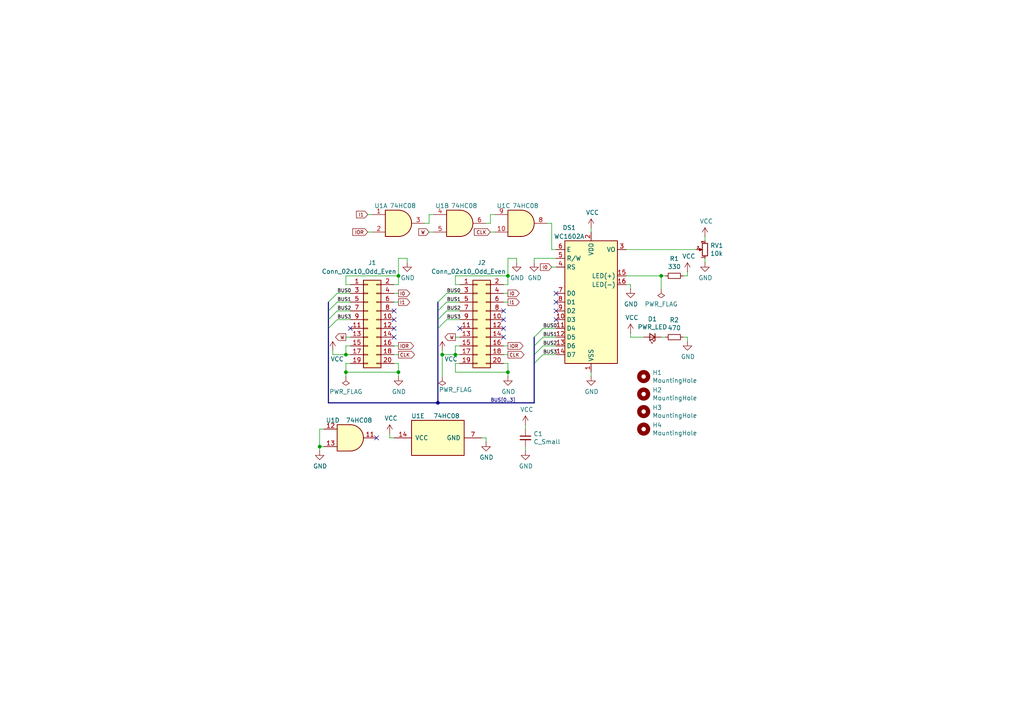
<source format=kicad_sch>
(kicad_sch (version 20231120) (generator "eeschema") (generator_version "8.0")
  (paper "A4")
  (title_block (title "1602-Module") (date "2024-04-01") (rev "2024-04-01"))
  (lib_symbols
    (symbol "74xx:74LS08" (pin_names (offset 1.016))
      (property "Reference" "U" (at 0 1.27 0))
      (property "Value" "74LS08" (at 0 -1.27 0))
      (symbol "74LS08_1_1"
        (arc (start 0 -3.81) (mid 3.7934 0) (end 0 3.81) (stroke (width 0.254)) (fill (type background)))
        (polyline (pts (xy 0 3.81) (xy -3.81 3.81) (xy -3.81 -3.81) (xy 0 -3.81)) (stroke (width 0.254)) (fill (type background)))
        (pin input line (at -7.62 2.54 0) (length 3.81) (name "~") (number "1"))
        (pin input line (at -7.62 -2.54 0) (length 3.81) (name "~") (number "2"))
        (pin output line (at 7.62 0 180) (length 3.81) (name "~") (number "3"))
      )
      (symbol "74LS08_1_2"
        (arc (start -3.81 -3.81) (mid -2.589 0) (end -3.81 3.81) (stroke (width 0.254)))
        (arc (start -0.6096 -3.81) (mid 2.1842 -2.5851) (end 3.81 0) (stroke (width 0.254)) (fill (type background)))
        (polyline (pts (xy -3.81 -3.81) (xy -0.635 -3.81)) (stroke (width 0.254)) (fill (type background)))
        (polyline (pts (xy -3.81 3.81) (xy -0.635 3.81)) (stroke (width 0.254)) (fill (type background)))
        (polyline (pts (xy -0.635 3.81) (xy -3.81 3.81) (xy -3.81 3.81) (xy -3.556 3.4036) (xy -3.0226 2.2606) (xy -2.6924 1.0414) (xy -2.6162 -0.254) (xy -2.7686 -1.4986) (xy -3.175 -2.7178) (xy -3.81 -3.81) (xy -3.81 -3.81) (xy -0.635 -3.81)) (stroke (width -25.4)) (fill (type background)))
        (arc (start 3.81 0) (mid 2.1915 2.5936) (end -0.6096 3.81) (stroke (width 0.254)) (fill (type background)))
        (pin input inverted (at -7.62 2.54 0) (length 4.318) (name "~") (number "1"))
        (pin input inverted (at -7.62 -2.54 0) (length 4.318) (name "~") (number "2"))
        (pin output inverted (at 7.62 0 180) (length 3.81) (name "~") (number "3"))
      )
      (symbol "74LS08_2_1"
        (arc (start 0 -3.81) (mid 3.7934 0) (end 0 3.81) (stroke (width 0.254)) (fill (type background)))
        (polyline (pts (xy 0 3.81) (xy -3.81 3.81) (xy -3.81 -3.81) (xy 0 -3.81)) (stroke (width 0.254)) (fill (type background)))
        (pin input line (at -7.62 2.54 0) (length 3.81) (name "~") (number "4"))
        (pin input line (at -7.62 -2.54 0) (length 3.81) (name "~") (number "5"))
        (pin output line (at 7.62 0 180) (length 3.81) (name "~") (number "6"))
      )
      (symbol "74LS08_2_2"
        (arc (start -3.81 -3.81) (mid -2.589 0) (end -3.81 3.81) (stroke (width 0.254)))
        (arc (start -0.6096 -3.81) (mid 2.1842 -2.5851) (end 3.81 0) (stroke (width 0.254)) (fill (type background)))
        (polyline (pts (xy -3.81 -3.81) (xy -0.635 -3.81)) (stroke (width 0.254)) (fill (type background)))
        (polyline (pts (xy -3.81 3.81) (xy -0.635 3.81)) (stroke (width 0.254)) (fill (type background)))
        (polyline (pts (xy -0.635 3.81) (xy -3.81 3.81) (xy -3.81 3.81) (xy -3.556 3.4036) (xy -3.0226 2.2606) (xy -2.6924 1.0414) (xy -2.6162 -0.254) (xy -2.7686 -1.4986) (xy -3.175 -2.7178) (xy -3.81 -3.81) (xy -3.81 -3.81) (xy -0.635 -3.81)) (stroke (width -25.4)) (fill (type background)))
        (arc (start 3.81 0) (mid 2.1915 2.5936) (end -0.6096 3.81) (stroke (width 0.254)) (fill (type background)))
        (pin input inverted (at -7.62 2.54 0) (length 4.318) (name "~") (number "4"))
        (pin input inverted (at -7.62 -2.54 0) (length 4.318) (name "~") (number "5"))
        (pin output inverted (at 7.62 0 180) (length 3.81) (name "~") (number "6"))
      )
      (symbol "74LS08_3_1"
        (arc (start 0 -3.81) (mid 3.7934 0) (end 0 3.81) (stroke (width 0.254)) (fill (type background)))
        (polyline (pts (xy 0 3.81) (xy -3.81 3.81) (xy -3.81 -3.81) (xy 0 -3.81)) (stroke (width 0.254)) (fill (type background)))
        (pin input line (at -7.62 -2.54 0) (length 3.81) (name "~") (number "10"))
        (pin output line (at 7.62 0 180) (length 3.81) (name "~") (number "8"))
        (pin input line (at -7.62 2.54 0) (length 3.81) (name "~") (number "9"))
      )
      (symbol "74LS08_3_2"
        (arc (start -3.81 -3.81) (mid -2.589 0) (end -3.81 3.81) (stroke (width 0.254)))
        (arc (start -0.6096 -3.81) (mid 2.1842 -2.5851) (end 3.81 0) (stroke (width 0.254)) (fill (type background)))
        (polyline (pts (xy -3.81 -3.81) (xy -0.635 -3.81)) (stroke (width 0.254)) (fill (type background)))
        (polyline (pts (xy -3.81 3.81) (xy -0.635 3.81)) (stroke (width 0.254)) (fill (type background)))
        (polyline (pts (xy -0.635 3.81) (xy -3.81 3.81) (xy -3.81 3.81) (xy -3.556 3.4036) (xy -3.0226 2.2606) (xy -2.6924 1.0414) (xy -2.6162 -0.254) (xy -2.7686 -1.4986) (xy -3.175 -2.7178) (xy -3.81 -3.81) (xy -3.81 -3.81) (xy -0.635 -3.81)) (stroke (width -25.4)) (fill (type background)))
        (arc (start 3.81 0) (mid 2.1915 2.5936) (end -0.6096 3.81) (stroke (width 0.254)) (fill (type background)))
        (pin input inverted (at -7.62 -2.54 0) (length 4.318) (name "~") (number "10"))
        (pin output inverted (at 7.62 0 180) (length 3.81) (name "~") (number "8"))
        (pin input inverted (at -7.62 2.54 0) (length 4.318) (name "~") (number "9"))
      )
      (symbol "74LS08_4_1"
        (arc (start 0 -3.81) (mid 3.7934 0) (end 0 3.81) (stroke (width 0.254)) (fill (type background)))
        (polyline (pts (xy 0 3.81) (xy -3.81 3.81) (xy -3.81 -3.81) (xy 0 -3.81)) (stroke (width 0.254)) (fill (type background)))
        (pin output line (at 7.62 0 180) (length 3.81) (name "~") (number "11"))
        (pin input line (at -7.62 2.54 0) (length 3.81) (name "~") (number "12"))
        (pin input line (at -7.62 -2.54 0) (length 3.81) (name "~") (number "13"))
      )
      (symbol "74LS08_4_2"
        (arc (start -3.81 -3.81) (mid -2.589 0) (end -3.81 3.81) (stroke (width 0.254)))
        (arc (start -0.6096 -3.81) (mid 2.1842 -2.5851) (end 3.81 0) (stroke (width 0.254)) (fill (type background)))
        (polyline (pts (xy -3.81 -3.81) (xy -0.635 -3.81)) (stroke (width 0.254)) (fill (type background)))
        (polyline (pts (xy -3.81 3.81) (xy -0.635 3.81)) (stroke (width 0.254)) (fill (type background)))
        (polyline (pts (xy -0.635 3.81) (xy -3.81 3.81) (xy -3.81 3.81) (xy -3.556 3.4036) (xy -3.0226 2.2606) (xy -2.6924 1.0414) (xy -2.6162 -0.254) (xy -2.7686 -1.4986) (xy -3.175 -2.7178) (xy -3.81 -3.81) (xy -3.81 -3.81) (xy -0.635 -3.81)) (stroke (width -25.4)) (fill (type background)))
        (arc (start 3.81 0) (mid 2.1915 2.5936) (end -0.6096 3.81) (stroke (width 0.254)) (fill (type background)))
        (pin output inverted (at 7.62 0 180) (length 3.81) (name "~") (number "11"))
        (pin input inverted (at -7.62 2.54 0) (length 4.318) (name "~") (number "12"))
        (pin input inverted (at -7.62 -2.54 0) (length 4.318) (name "~") (number "13"))
      )
      (symbol "74LS08_5_0"
        (pin power_in line (at 0 12.7 270) (length 5.08) (name "VCC") (number "14"))
        (pin power_in line (at 0 -12.7 90) (length 5.08) (name "GND") (number "7"))
      )
      (symbol "74LS08_5_1"
        (rectangle (start -5.08 7.62) (end 5.08 -7.62) (stroke (width 0.254)) (fill (type background)))
      )
    )
    (symbol "Connector_Generic:Conn_02x10_Odd_Even" (pin_names (offset 1.016) hide)
      (property "Reference" "J" (at 1.27 12.7 0))
      (property "Value" "Conn_02x10_Odd_Even" (at 1.27 -15.24 0))
      (symbol "Conn_02x10_Odd_Even_1_1"
        (rectangle (start -1.27 -12.573) (end 0 -12.827) (stroke (width 0.1524)))
        (rectangle (start -1.27 -10.033) (end 0 -10.287) (stroke (width 0.1524)))
        (rectangle (start -1.27 -7.493) (end 0 -7.747) (stroke (width 0.1524)))
        (rectangle (start -1.27 -4.953) (end 0 -5.207) (stroke (width 0.1524)))
        (rectangle (start -1.27 -2.413) (end 0 -2.667) (stroke (width 0.1524)))
        (rectangle (start -1.27 0.127) (end 0 -0.127) (stroke (width 0.1524)))
        (rectangle (start -1.27 2.667) (end 0 2.413) (stroke (width 0.1524)))
        (rectangle (start -1.27 5.207) (end 0 4.953) (stroke (width 0.1524)))
        (rectangle (start -1.27 7.747) (end 0 7.493) (stroke (width 0.1524)))
        (rectangle (start -1.27 10.287) (end 0 10.033) (stroke (width 0.1524)))
        (rectangle (start -1.27 11.43) (end 3.81 -13.97) (stroke (width 0.254)) (fill (type background)))
        (rectangle (start 3.81 -12.573) (end 2.54 -12.827) (stroke (width 0.1524)))
        (rectangle (start 3.81 -10.033) (end 2.54 -10.287) (stroke (width 0.1524)))
        (rectangle (start 3.81 -7.493) (end 2.54 -7.747) (stroke (width 0.1524)))
        (rectangle (start 3.81 -4.953) (end 2.54 -5.207) (stroke (width 0.1524)))
        (rectangle (start 3.81 -2.413) (end 2.54 -2.667) (stroke (width 0.1524)))
        (rectangle (start 3.81 0.127) (end 2.54 -0.127) (stroke (width 0.1524)))
        (rectangle (start 3.81 2.667) (end 2.54 2.413) (stroke (width 0.1524)))
        (rectangle (start 3.81 5.207) (end 2.54 4.953) (stroke (width 0.1524)))
        (rectangle (start 3.81 7.747) (end 2.54 7.493) (stroke (width 0.1524)))
        (rectangle (start 3.81 10.287) (end 2.54 10.033) (stroke (width 0.1524)))
        (pin passive line (at -5.08 10.16 0) (length 3.81) (name "Pin_1") (number "1"))
        (pin passive line (at 7.62 0 180) (length 3.81) (name "Pin_10") (number "10"))
        (pin passive line (at -5.08 -2.54 0) (length 3.81) (name "Pin_11") (number "11"))
        (pin passive line (at 7.62 -2.54 180) (length 3.81) (name "Pin_12") (number "12"))
        (pin passive line (at -5.08 -5.08 0) (length 3.81) (name "Pin_13") (number "13"))
        (pin passive line (at 7.62 -5.08 180) (length 3.81) (name "Pin_14") (number "14"))
        (pin passive line (at -5.08 -7.62 0) (length 3.81) (name "Pin_15") (number "15"))
        (pin passive line (at 7.62 -7.62 180) (length 3.81) (name "Pin_16") (number "16"))
        (pin passive line (at -5.08 -10.16 0) (length 3.81) (name "Pin_17") (number "17"))
        (pin passive line (at 7.62 -10.16 180) (length 3.81) (name "Pin_18") (number "18"))
        (pin passive line (at -5.08 -12.7 0) (length 3.81) (name "Pin_19") (number "19"))
        (pin passive line (at 7.62 10.16 180) (length 3.81) (name "Pin_2") (number "2"))
        (pin passive line (at 7.62 -12.7 180) (length 3.81) (name "Pin_20") (number "20"))
        (pin passive line (at -5.08 7.62 0) (length 3.81) (name "Pin_3") (number "3"))
        (pin passive line (at 7.62 7.62 180) (length 3.81) (name "Pin_4") (number "4"))
        (pin passive line (at -5.08 5.08 0) (length 3.81) (name "Pin_5") (number "5"))
        (pin passive line (at 7.62 5.08 180) (length 3.81) (name "Pin_6") (number "6"))
        (pin passive line (at -5.08 2.54 0) (length 3.81) (name "Pin_7") (number "7"))
        (pin passive line (at 7.62 2.54 180) (length 3.81) (name "Pin_8") (number "8"))
        (pin passive line (at -5.08 0 0) (length 3.81) (name "Pin_9") (number "9"))
      )
    )
    (symbol "Device:C_Small" (pin_numbers hide) (pin_names (offset 0.254) hide)
      (property "Reference" "C" (at 0.254 1.778 0))
      (property "Value" "C_Small" (at 0.254 -2.032 0))
      (symbol "C_Small_0_1"
        (polyline (pts (xy -1.524 -0.508) (xy 1.524 -0.508)) (stroke (width 0.3302)))
        (polyline (pts (xy -1.524 0.508) (xy 1.524 0.508)) (stroke (width 0.3048)))
      )
      (symbol "C_Small_1_1"
        (pin passive line (at 0 2.54 270) (length 2.032) (name "~") (number "1"))
        (pin passive line (at 0 -2.54 90) (length 2.032) (name "~") (number "2"))
      )
    )
    (symbol "Device:LED_Small" (pin_numbers hide) (pin_names (offset 0.254) hide)
      (property "Reference" "D" (at -1.27 3.175 0))
      (property "Value" "LED_Small" (at -4.445 -2.54 0))
      (symbol "LED_Small_0_1"
        (polyline (pts (xy -0.762 -1.016) (xy -0.762 1.016)) (stroke (width 0.254)))
        (polyline (pts (xy 1.016 0) (xy -0.762 0)))
        (polyline (pts (xy 0.762 -1.016) (xy -0.762 0) (xy 0.762 1.016) (xy 0.762 -1.016)) (stroke (width 0.254)))
        (polyline (pts (xy 0 0.762) (xy -0.508 1.27) (xy -0.254 1.27) (xy -0.508 1.27) (xy -0.508 1.016)))
        (polyline (pts (xy 0.508 1.27) (xy 0 1.778) (xy 0.254 1.778) (xy 0 1.778) (xy 0 1.524)))
      )
      (symbol "LED_Small_1_1"
        (pin passive line (at -2.54 0 0) (length 1.778) (name "K") (number "1"))
        (pin passive line (at 2.54 0 180) (length 1.778) (name "A") (number "2"))
      )
    )
    (symbol "Device:R_Potentiometer_Small" (pin_names (offset 1.016) hide)
      (property "Reference" "RV" (at -4.445 0 90))
      (property "Value" "R_Potentiometer_Small" (at -2.54 0 90))
      (symbol "R_Potentiometer_Small_0_1"
        (polyline (pts (xy 0.889 0) (xy 0.635 0) (xy 1.651 0.381) (xy 1.651 -0.381) (xy 0.635 0) (xy 0.889 0)) (fill (type outline)))
        (rectangle (start 0.762 1.8034) (end -0.762 -1.8034) (stroke (width 0.254)))
      )
      (symbol "R_Potentiometer_Small_1_1"
        (pin passive line (at 0 2.54 270) (length 0.635) (name "1") (number "1"))
        (pin passive line (at 2.54 0 180) (length 0.9906) (name "2") (number "2"))
        (pin passive line (at 0 -2.54 90) (length 0.635) (name "3") (number "3"))
      )
    )
    (symbol "Device:R_Small" (pin_numbers hide) (pin_names (offset 0.254) hide)
      (property "Reference" "R" (at 0.762 0.508 0))
      (property "Value" "R_Small" (at 0.762 -1.016 0))
      (symbol "R_Small_0_1"
        (rectangle (start -0.762 1.778) (end 0.762 -1.778) (stroke (width 0.2032)))
      )
      (symbol "R_Small_1_1"
        (pin passive line (at 0 2.54 270) (length 0.762) (name "~") (number "1"))
        (pin passive line (at 0 -2.54 90) (length 0.762) (name "~") (number "2"))
      )
    )
    (symbol "Display_Character:WC1602A"
      (property "Reference" "DS" (at -5.842 19.05 0))
      (property "Value" "WC1602A" (at 5.334 19.05 0))
      (symbol "WC1602A_1_1"
        (rectangle (start -7.62 17.78) (end 7.62 -17.78) (stroke (width 0.254)) (fill (type background)))
        (pin power_in line (at 0 -20.32 90) (length 2.54) (name "VSS") (number "1"))
        (pin input line (at -10.16 -5.08 0) (length 2.54) (name "D3") (number "10"))
        (pin input line (at -10.16 -7.62 0) (length 2.54) (name "D4") (number "11"))
        (pin input line (at -10.16 -10.16 0) (length 2.54) (name "D5") (number "12"))
        (pin input line (at -10.16 -12.7 0) (length 2.54) (name "D6") (number "13"))
        (pin input line (at -10.16 -15.24 0) (length 2.54) (name "D7") (number "14"))
        (pin power_in line (at 10.16 7.62 180) (length 2.54) (name "LED(+)") (number "15"))
        (pin power_in line (at 10.16 5.08 180) (length 2.54) (name "LED(-)") (number "16"))
        (pin power_in line (at 0 20.32 270) (length 2.54) (name "VDD") (number "2"))
        (pin input line (at 10.16 15.24 180) (length 2.54) (name "VO") (number "3"))
        (pin input line (at -10.16 10.16 0) (length 2.54) (name "RS") (number "4"))
        (pin input line (at -10.16 12.7 0) (length 2.54) (name "R/W") (number "5"))
        (pin input line (at -10.16 15.24 0) (length 2.54) (name "E") (number "6"))
        (pin input line (at -10.16 2.54 0) (length 2.54) (name "D0") (number "7"))
        (pin input line (at -10.16 0 0) (length 2.54) (name "D1") (number "8"))
        (pin input line (at -10.16 -2.54 0) (length 2.54) (name "D2") (number "9"))
      )
    )
    (symbol "Mechanical:MountingHole" (pin_names (offset 1.016)) (exclude_from_sim yes) (in_bom no)
      (property "Reference" "H" (at 0 5.08 0))
      (property "Value" "MountingHole" (at 0 3.175 0))
      (symbol "MountingHole_0_1"
        (circle (center 0 0) (radius 1.27) (stroke (width 1.27)))
      )
    )
    (symbol "power:GND" (power) (pin_numbers hide) (pin_names (offset 0) hide)
      (property "Value" "GND" (at 0 -3.81 0))
      (symbol "GND_0_1"
        (polyline (pts (xy 0 0) (xy 0 -1.27) (xy 1.27 -1.27) (xy 0 -2.54) (xy -1.27 -1.27) (xy 0 -1.27)))
      )
      (symbol "GND_1_1"
        (pin power_in line (at 0 0 270) (length 0) (name "~") (number "1"))
      )
    )
    (symbol "power:PWR_FLAG" (power) (pin_numbers hide) (pin_names (offset 0) hide)
      (property "Value" "PWR_FLAG" (at 0 3.81 0))
      (symbol "PWR_FLAG_0_0"
        (pin power_out line (at 0 0 90) (length 0) (name "~") (number "1"))
      )
      (symbol "PWR_FLAG_0_1"
        (polyline (pts (xy 0 0) (xy 0 1.27) (xy -1.016 1.905) (xy 0 2.54) (xy 1.016 1.905) (xy 0 1.27)))
      )
    )
    (symbol "power:VCC" (power) (pin_numbers hide) (pin_names (offset 0) hide)
      (property "Value" "VCC" (at 0 3.556 0))
      (symbol "VCC_0_1"
        (polyline (pts (xy -0.762 1.27) (xy 0 2.54)))
        (polyline (pts (xy 0 0) (xy 0 2.54)))
        (polyline (pts (xy 0 2.54) (xy 0.762 1.27)))
      )
      (symbol "VCC_1_1"
        (pin power_in line (at 0 0 90) (length 0) (name "~") (number "1"))
      )
    )
  )
  (junction (at 92.71 129.54))
  (junction (at 100.33 107.95))
  (junction (at 115.57 107.95))
  (junction (at 191.77 80.01))
  (junction (at 100.33 102.87))
  (junction (at 128.27 102.87))
  (junction (at 127 116.84))
  (junction (at 147.32 80.01))
  (junction (at 115.57 80.01))
  (junction (at 147.32 107.95))
  (junction (at 132.08 102.87))
  (no_connect (at 146.05 95.25))
  (no_connect (at 114.3 92.71))
  (no_connect (at 114.3 97.79))
  (no_connect (at 146.05 92.71))
  (no_connect (at 146.05 90.17))
  (no_connect (at 161.29 92.71))
  (no_connect (at 114.3 90.17))
  (no_connect (at 161.29 90.17))
  (no_connect (at 133.35 95.25))
  (no_connect (at 161.29 85.09))
  (no_connect (at 161.29 87.63))
  (no_connect (at 101.6 95.25))
  (no_connect (at 146.05 97.79))
  (no_connect (at 109.22 127))
  (no_connect (at 114.3 95.25))
  (bus_entry (at 157.48 102.87) (size -2.54 2.54))
  (bus_entry (at 129.54 87.63) (size -2.54 2.54))
  (bus_entry (at 97.79 87.63) (size -2.54 2.54))
  (bus_entry (at 129.54 92.71) (size -2.54 2.54))
  (bus_entry (at 129.54 85.09) (size -2.54 2.54))
  (bus_entry (at 157.48 97.79) (size -2.54 2.54))
  (bus_entry (at 97.79 85.09) (size -2.54 2.54))
  (bus_entry (at 129.54 90.17) (size -2.54 2.54))
  (bus_entry (at 157.48 95.25) (size -2.54 2.54))
  (bus_entry (at 157.48 100.33) (size -2.54 2.54))
  (bus_entry (at 97.79 92.71) (size -2.54 2.54))
  (bus_entry (at 97.79 90.17) (size -2.54 2.54))
  (wire (pts (xy 146.05 87.63) (xy 147.32 87.63)))
  (wire (pts (xy 161.29 97.79) (xy 157.48 97.79)))
  (wire (pts (xy 92.71 129.54) (xy 93.98 129.54)))
  (wire (pts (xy 198.12 97.79) (xy 199.39 97.79)))
  (bus (pts (xy 127 92.71) (xy 127 95.25)))
  (wire (pts (xy 160.02 72.39) (xy 161.29 72.39)))
  (wire (pts (xy 182.88 82.55) (xy 182.88 83.82)))
  (wire (pts (xy 182.88 96.52) (xy 182.88 97.79)))
  (wire (pts (xy 133.35 100.33) (xy 132.08 100.33)))
  (wire (pts (xy 161.29 100.33) (xy 157.48 100.33)))
  (wire (pts (xy 152.4 124.46) (xy 152.4 123.19)))
  (wire (pts (xy 93.98 124.46) (xy 92.71 124.46)))
  (wire (pts (xy 132.08 82.55) (xy 132.08 80.01)))
  (wire (pts (xy 133.35 85.09) (xy 129.54 85.09)))
  (wire (pts (xy 115.57 105.41) (xy 114.3 105.41)))
  (wire (pts (xy 132.08 102.87) (xy 133.35 102.87)))
  (bus (pts (xy 154.94 97.79) (xy 154.94 100.33)))
  (bus (pts (xy 95.25 92.71) (xy 95.25 95.25)))
  (bus (pts (xy 127 116.84) (xy 154.94 116.84)))
  (wire (pts (xy 124.46 64.77) (xy 124.46 62.23)))
  (wire (pts (xy 147.32 80.01) (xy 147.32 82.55)))
  (wire (pts (xy 181.61 72.39) (xy 201.93 72.39)))
  (wire (pts (xy 115.57 80.01) (xy 115.57 82.55)))
  (wire (pts (xy 114.3 127) (xy 113.03 127)))
  (bus (pts (xy 95.25 116.84) (xy 127 116.84)))
  (wire (pts (xy 160.02 64.77) (xy 160.02 72.39)))
  (wire (pts (xy 101.6 90.17) (xy 97.79 90.17)))
  (wire (pts (xy 132.08 100.33) (xy 132.08 102.87)))
  (wire (pts (xy 152.4 130.81) (xy 152.4 129.54)))
  (wire (pts (xy 132.08 105.41) (xy 132.08 107.95)))
  (wire (pts (xy 171.45 109.22) (xy 171.45 107.95)))
  (wire (pts (xy 140.97 127) (xy 140.97 128.27)))
  (wire (pts (xy 115.57 82.55) (xy 114.3 82.55)))
  (wire (pts (xy 147.32 82.55) (xy 146.05 82.55)))
  (wire (pts (xy 100.33 107.95) (xy 100.33 109.22)))
  (wire (pts (xy 147.32 80.01) (xy 147.32 74.93)))
  (bus (pts (xy 95.25 90.17) (xy 95.25 92.71)))
  (wire (pts (xy 132.08 80.01) (xy 147.32 80.01)))
  (wire (pts (xy 133.35 105.41) (xy 132.08 105.41)))
  (wire (pts (xy 133.35 97.79) (xy 132.08 97.79)))
  (wire (pts (xy 100.33 105.41) (xy 100.33 107.95)))
  (wire (pts (xy 100.33 80.01) (xy 115.57 80.01)))
  (wire (pts (xy 146.05 85.09) (xy 147.32 85.09)))
  (wire (pts (xy 92.71 124.46) (xy 92.71 129.54)))
  (wire (pts (xy 118.11 74.93) (xy 118.11 76.2)))
  (wire (pts (xy 147.32 74.93) (xy 149.86 74.93)))
  (wire (pts (xy 128.27 101.6) (xy 128.27 102.87)))
  (bus (pts (xy 95.25 87.63) (xy 95.25 90.17)))
  (wire (pts (xy 100.33 82.55) (xy 100.33 80.01)))
  (wire (pts (xy 154.94 74.93) (xy 154.94 76.2)))
  (wire (pts (xy 100.33 100.33) (xy 100.33 102.87)))
  (wire (pts (xy 191.77 80.01) (xy 191.77 83.82)))
  (wire (pts (xy 101.6 105.41) (xy 100.33 105.41)))
  (wire (pts (xy 191.77 97.79) (xy 193.04 97.79)))
  (wire (pts (xy 101.6 92.71) (xy 97.79 92.71)))
  (wire (pts (xy 146.05 100.33) (xy 147.32 100.33)))
  (wire (pts (xy 100.33 107.95) (xy 115.57 107.95)))
  (wire (pts (xy 147.32 107.95) (xy 147.32 109.22)))
  (wire (pts (xy 101.6 85.09) (xy 97.79 85.09)))
  (wire (pts (xy 161.29 102.87) (xy 157.48 102.87)))
  (wire (pts (xy 133.35 92.71) (xy 129.54 92.71)))
  (wire (pts (xy 147.32 107.95) (xy 147.32 105.41)))
  (wire (pts (xy 123.19 64.77) (xy 124.46 64.77)))
  (wire (pts (xy 106.68 67.31) (xy 107.95 67.31)))
  (wire (pts (xy 149.86 74.93) (xy 149.86 76.2)))
  (wire (pts (xy 146.05 102.87) (xy 147.32 102.87)))
  (wire (pts (xy 115.57 107.95) (xy 115.57 109.22)))
  (wire (pts (xy 96.52 102.87) (xy 100.33 102.87)))
  (wire (pts (xy 158.75 64.77) (xy 160.02 64.77)))
  (wire (pts (xy 193.04 80.01) (xy 191.77 80.01)))
  (bus (pts (xy 95.25 95.25) (xy 95.25 116.84)))
  (wire (pts (xy 133.35 87.63) (xy 129.54 87.63)))
  (wire (pts (xy 92.71 130.81) (xy 92.71 129.54)))
  (wire (pts (xy 114.3 85.09) (xy 115.57 85.09)))
  (wire (pts (xy 199.39 80.01) (xy 199.39 78.74)))
  (wire (pts (xy 204.47 76.2) (xy 204.47 74.93)))
  (wire (pts (xy 128.27 102.87) (xy 132.08 102.87)))
  (wire (pts (xy 171.45 67.31) (xy 171.45 66.04)))
  (wire (pts (xy 124.46 62.23) (xy 125.73 62.23)))
  (wire (pts (xy 101.6 82.55) (xy 100.33 82.55)))
  (wire (pts (xy 128.27 102.87) (xy 128.27 109.22)))
  (wire (pts (xy 100.33 102.87) (xy 101.6 102.87)))
  (wire (pts (xy 115.57 74.93) (xy 118.11 74.93)))
  (wire (pts (xy 143.51 67.31) (xy 142.24 67.31)))
  (wire (pts (xy 181.61 82.55) (xy 182.88 82.55)))
  (wire (pts (xy 101.6 100.33) (xy 100.33 100.33)))
  (wire (pts (xy 96.52 101.6) (xy 96.52 102.87)))
  (wire (pts (xy 106.68 62.23) (xy 107.95 62.23)))
  (wire (pts (xy 124.46 67.31) (xy 125.73 67.31)))
  (wire (pts (xy 115.57 80.01) (xy 115.57 74.93)))
  (bus (pts (xy 154.94 102.87) (xy 154.94 105.41)))
  (wire (pts (xy 198.12 80.01) (xy 199.39 80.01)))
  (wire (pts (xy 161.29 95.25) (xy 157.48 95.25)))
  (wire (pts (xy 114.3 102.87) (xy 115.57 102.87)))
  (wire (pts (xy 113.03 127) (xy 113.03 125.73)))
  (wire (pts (xy 142.24 64.77) (xy 142.24 62.23)))
  (wire (pts (xy 101.6 87.63) (xy 97.79 87.63)))
  (wire (pts (xy 114.3 100.33) (xy 115.57 100.33)))
  (wire (pts (xy 115.57 107.95) (xy 115.57 105.41)))
  (wire (pts (xy 154.94 74.93) (xy 161.29 74.93)))
  (wire (pts (xy 133.35 82.55) (xy 132.08 82.55)))
  (bus (pts (xy 154.94 100.33) (xy 154.94 102.87)))
  (wire (pts (xy 204.47 68.58) (xy 204.47 69.85)))
  (wire (pts (xy 147.32 105.41) (xy 146.05 105.41)))
  (bus (pts (xy 154.94 105.41) (xy 154.94 116.84)))
  (wire (pts (xy 142.24 62.23) (xy 143.51 62.23)))
  (wire (pts (xy 140.97 64.77) (xy 142.24 64.77)))
  (wire (pts (xy 114.3 87.63) (xy 115.57 87.63)))
  (wire (pts (xy 101.6 97.79) (xy 100.33 97.79)))
  (wire (pts (xy 182.88 97.79) (xy 186.69 97.79)))
  (wire (pts (xy 139.7 127) (xy 140.97 127)))
  (wire (pts (xy 181.61 80.01) (xy 191.77 80.01)))
  (wire (pts (xy 132.08 107.95) (xy 147.32 107.95)))
  (bus (pts (xy 127 90.17) (xy 127 92.71)))
  (wire (pts (xy 161.29 77.47) (xy 160.02 77.47)))
  (bus (pts (xy 127 95.25) (xy 127 116.84)))
  (bus (pts (xy 127 87.63) (xy 127 90.17)))
  (wire (pts (xy 199.39 97.79) (xy 199.39 99.06)))
  (wire (pts (xy 133.35 90.17) (xy 129.54 90.17)))
  (label "BUS3" (at 157.48 102.87 0) (effects (font (size 0.9906 0.9906))))
  (label "BUS0" (at 129.54 85.09 0) (effects (font (size 0.9906 0.9906))))
  (label "BUS3" (at 97.79 92.71 0) (effects (font (size 0.9906 0.9906))))
  (label "BUS0" (at 97.79 85.09 0) (effects (font (size 0.9906 0.9906))))
  (label "BUS2" (at 157.48 100.33 0) (effects (font (size 0.9906 0.9906))))
  (label "BUS0" (at 157.48 95.25 0) (effects (font (size 0.9906 0.9906))))
  (label "BUS1" (at 129.54 87.63 0) (effects (font (size 0.9906 0.9906))))
  (label "BUS1" (at 157.48 97.79 0) (effects (font (size 0.9906 0.9906))))
  (label "BUS3" (at 129.54 92.71 0) (effects (font (size 0.9906 0.9906))))
  (label "BUS2" (at 97.79 90.17 0) (effects (font (size 0.9906 0.9906))))
  (label "BUS1" (at 97.79 87.63 0) (effects (font (size 0.9906 0.9906))))
  (label "BUS2" (at 129.54 90.17 0) (effects (font (size 0.9906 0.9906))))
  (label "BUS[0..3]" (at 142.24 116.84 0) (effects (font (size 0.9906 0.9906))))
  (global_label "I0" (shape output) (at 115.57 85.09 0) (effects (font (size 0.9906 0.9906))) (property "Intersheetrefs" "${INTERSHEET_REFS}" (effects (hide yes))))
  (global_label "W" (shape output) (at 132.08 97.79 180) (effects (font (size 0.9906 0.9906))) (property "Intersheetrefs" "${INTERSHEET_REFS}" (effects (hide yes))))
  (global_label "CLK" (shape output) (at 115.57 102.87 0) (effects (font (size 0.9906 0.9906))) (property "Intersheetrefs" "${INTERSHEET_REFS}" (effects (hide yes))))
  (global_label "IOR" (shape input) (at 106.68 67.31 180) (effects (font (size 0.9906 0.9906))) (property "Intersheetrefs" "${INTERSHEET_REFS}" (effects (hide yes))))
  (global_label "CLK" (shape input) (at 142.24 67.31 180) (effects (font (size 0.9906 0.9906))) (property "Intersheetrefs" "${INTERSHEET_REFS}" (effects (hide yes))))
  (global_label "IOR" (shape output) (at 115.57 100.33 0) (effects (font (size 0.9906 0.9906))) (property "Intersheetrefs" "${INTERSHEET_REFS}" (effects (hide yes))))
  (global_label "CLK" (shape output) (at 147.32 102.87 0) (effects (font (size 0.9906 0.9906))) (property "Intersheetrefs" "${INTERSHEET_REFS}" (effects (hide yes))))
  (global_label "I1" (shape input) (at 106.68 62.23 180) (effects (font (size 0.9906 0.9906))) (property "Intersheetrefs" "${INTERSHEET_REFS}" (effects (hide yes))))
  (global_label "I1" (shape output) (at 147.32 87.63 0) (effects (font (size 0.9906 0.9906))) (property "Intersheetrefs" "${INTERSHEET_REFS}" (effects (hide yes))))
  (global_label "I1" (shape output) (at 115.57 87.63 0) (effects (font (size 0.9906 0.9906))) (property "Intersheetrefs" "${INTERSHEET_REFS}" (effects (hide yes))))
  (global_label "I0" (shape input) (at 160.02 77.47 180) (effects (font (size 0.9906 0.9906))) (property "Intersheetrefs" "${INTERSHEET_REFS}" (effects (hide yes))))
  (global_label "W" (shape output) (at 100.33 97.79 180) (effects (font (size 0.9906 0.9906))) (property "Intersheetrefs" "${INTERSHEET_REFS}" (effects (hide yes))))
  (global_label "I0" (shape output) (at 147.32 85.09 0) (effects (font (size 0.9906 0.9906))) (property "Intersheetrefs" "${INTERSHEET_REFS}" (effects (hide yes))))
  (global_label "W" (shape input) (at 124.46 67.31 180) (effects (font (size 0.9906 0.9906))) (property "Intersheetrefs" "${INTERSHEET_REFS}" (effects (hide yes))))
  (global_label "IOR" (shape output) (at 147.32 100.33 0) (effects (font (size 0.9906 0.9906))) (property "Intersheetrefs" "${INTERSHEET_REFS}" (effects (hide yes))))
  (symbol (lib_id "Display_Character:WC1602A") (at 171.45 87.63 0) (unit 1)
    (property "Reference" "DS1" (at 165.1 66.04 0))
    (property "Value" "WC1602A" (at 165.1 68.58 0))
    (property "Footprint" "Display:WC1602A" (effects (hide yes)))
    (property "Datasheet" "http://www.wincomlcd.com/pdf/WC1602A-SFYLYHTC06.pdf" (effects (hide yes)))
    (property "Description" "LCD 16x2 Alphanumeric , 8 bit parallel bus, 5V VDD" (effects (hide yes)))
  )
  (symbol (lib_id "Device:R_Potentiometer_Small") (at 204.47 72.39 180) (unit 1)
    (property "Reference" "RV1" (at 205.994 71.2216 0) (effects (justify right)))
    (property "Value" "10k" (at 205.994 73.533 0) (effects (justify right)))
    (property "Footprint" "Potentiometer_THT:Potentiometer_Piher_PT-10-H01_Horizontal" (effects (hide yes)))
    (property "Description" "Potentiometer" (effects (hide yes)))
  )
  (symbol (lib_id "Connector_Generic:Conn_02x10_Odd_Even") (at 138.43 92.71 0) (unit 1)
    (property "Reference" "J2" (at 139.7 76.2 0))
    (property "Value" "Conn_02x10_Odd_Even" (at 135.89 78.74 0))
    (property "Footprint" "Connector_PinSocket_2.54mm:PinSocket_2x10_P2.54mm_Horizontal" (effects (hide yes)))
    (property "Description" "Generic connector, double row, 02x10, odd/even pin numbering scheme (row 1 odd numbers, row 2 even numbers), script generated (kicad-library-utils/schlib/autogen/connector/)" (effects (hide yes)))
  )
  (symbol (lib_id "power:GND") (at 149.86 76.2 0) (unit 1)
    (property "Reference" "#PWR09" (effects (hide yes)))
    (property "Value" "GND" (at 149.987 80.5942 0))
    (property "Description" "Power symbol creates a global label with name \"GND\" , ground" (effects (hide yes)))
  )
  (symbol (lib_id "power:GND") (at 147.32 109.22 0) (unit 1)
    (property "Reference" "#PWR08" (effects (hide yes)))
    (property "Value" "GND" (at 147.447 113.6142 0))
    (property "Description" "Power symbol creates a global label with name \"GND\" , ground" (effects (hide yes)))
  )
  (symbol (lib_id "power:GND") (at 171.45 109.22 0) (unit 1)
    (property "Reference" "#PWR014" (effects (hide yes)))
    (property "Value" "GND" (at 171.577 113.6142 0))
    (property "Description" "Power symbol creates a global label with name \"GND\" , ground" (effects (hide yes)))
  )
  (symbol (lib_id "power:GND") (at 154.94 76.2 0) (unit 1)
    (property "Reference" "#PWR012" (effects (hide yes)))
    (property "Value" "GND" (at 155.067 80.5942 0))
    (property "Description" "Power symbol creates a global label with name \"GND\" , ground" (effects (hide yes)))
  )
  (symbol (lib_id "74xx:74LS08") (at 115.57 64.77 0) (unit 1)
    (property "Reference" "U1" (at 110.49 59.69 0))
    (property "Value" "74HC08" (at 116.84 59.69 0))
    (property "Footprint" "Package_DIP:DIP-14_W7.62mm" (effects (hide yes)))
    (property "Datasheet" "http://www.ti.com/lit/gpn/sn74LS08" (effects (hide yes)))
    (property "Description" "Quad And2" (effects (hide yes)))
  )
  (symbol (lib_id "74xx:74LS08") (at 133.35 64.77 0) (unit 2)
    (property "Reference" "U1" (at 128.27 59.69 0))
    (property "Value" "74HC08" (at 134.62 59.69 0))
    (property "Footprint" "Package_DIP:DIP-14_W7.62mm" (effects (hide yes)))
    (property "Datasheet" "http://www.ti.com/lit/gpn/sn74LS08" (effects (hide yes)))
    (property "Description" "Quad And2" (effects (hide yes)))
  )
  (symbol (lib_id "74xx:74LS08") (at 151.13 64.77 0) (unit 3)
    (property "Reference" "U1" (at 146.05 59.69 0))
    (property "Value" "74HC08" (at 152.4 59.69 0))
    (property "Footprint" "Package_DIP:DIP-14_W7.62mm" (effects (hide yes)))
    (property "Datasheet" "http://www.ti.com/lit/gpn/sn74LS08" (effects (hide yes)))
    (property "Description" "Quad And2" (effects (hide yes)))
  )
  (symbol (lib_id "74xx:74LS08") (at 101.6 127 0) (unit 4)
    (property "Reference" "U1" (at 96.52 121.92 0))
    (property "Value" "74HC08" (at 104.14 121.92 0))
    (property "Footprint" "Package_DIP:DIP-14_W7.62mm" (effects (hide yes)))
    (property "Datasheet" "http://www.ti.com/lit/gpn/sn74LS08" (effects (hide yes)))
    (property "Description" "Quad And2" (effects (hide yes)))
  )
  (symbol (lib_id "74xx:74LS08") (at 127 127 90) (unit 5)
    (property "Reference" "U1" (at 123.19 120.65 90) (effects (justify left)))
    (property "Value" "74HC08" (at 133.35 120.65 90) (effects (justify left)))
    (property "Footprint" "Package_DIP:DIP-14_W7.62mm" (effects (hide yes)))
    (property "Datasheet" "http://www.ti.com/lit/gpn/sn74LS08" (effects (hide yes)))
    (property "Description" "Quad And2" (effects (hide yes)))
  )
  (symbol (lib_id "power:VCC") (at 128.27 101.6 0) (unit 1)
    (property "Reference" "#PWR06" (effects (hide yes)))
    (property "Value" "VCC" (at 130.81 104.14 0))
    (property "Description" "Power symbol creates a global label with name \"VCC\"" (effects (hide yes)))
  )
  (symbol (lib_id "power:VCC") (at 171.45 66.04 0) (unit 1)
    (property "Reference" "#PWR013" (effects (hide yes)))
    (property "Value" "VCC" (at 171.831 61.6458 0))
    (property "Description" "Power symbol creates a global label with name \"VCC\"" (effects (hide yes)))
  )
  (symbol (lib_id "power:GND") (at 182.88 83.82 0) (unit 1)
    (property "Reference" "#PWR015" (effects (hide yes)))
    (property "Value" "GND" (at 183.007 88.2142 0))
    (property "Description" "Power symbol creates a global label with name \"GND\" , ground" (effects (hide yes)))
  )
  (symbol (lib_id "power:VCC") (at 199.39 78.74 0) (unit 1)
    (property "Reference" "#PWR016" (effects (hide yes)))
    (property "Value" "VCC" (at 199.771 74.3458 0))
    (property "Description" "Power symbol creates a global label with name \"VCC\"" (effects (hide yes)))
  )
  (symbol (lib_id "Device:R_Small") (at 195.58 80.01 270) (unit 1)
    (property "Reference" "R1" (at 195.58 75.0316 90))
    (property "Value" "330" (at 195.58 77.343 90))
    (property "Footprint" "Resistor_THT:R_Axial_DIN0207_L6.3mm_D2.5mm_P10.16mm_Horizontal" (effects (hide yes)))
    (property "Description" "Resistor, small symbol" (effects (hide yes)))
  )
  (symbol (lib_id "power:VCC") (at 204.47 68.58 0) (unit 1)
    (property "Reference" "#PWR017" (effects (hide yes)))
    (property "Value" "VCC" (at 204.851 64.1858 0))
    (property "Description" "Power symbol creates a global label with name \"VCC\"" (effects (hide yes)))
  )
  (symbol (lib_id "power:GND") (at 204.47 76.2 0) (unit 1)
    (property "Reference" "#PWR018" (effects (hide yes)))
    (property "Value" "GND" (at 204.597 80.5942 0))
    (property "Description" "Power symbol creates a global label with name \"GND\" , ground" (effects (hide yes)))
  )
  (symbol (lib_id "Connector_Generic:Conn_02x10_Odd_Even") (at 106.68 92.71 0) (unit 1)
    (property "Reference" "J1" (at 107.95 76.2 0))
    (property "Value" "Conn_02x10_Odd_Even" (at 104.14 78.74 0))
    (property "Footprint" "Connector_IDC:IDC-Header_2x10_P2.54mm_Horizontal" (effects (hide yes)))
    (property "Description" "Generic connector, double row, 02x10, odd/even pin numbering scheme (row 1 odd numbers, row 2 even numbers), script generated (kicad-library-utils/schlib/autogen/connector/)" (effects (hide yes)))
  )
  (symbol (lib_id "power:GND") (at 118.11 76.2 0) (unit 1)
    (property "Reference" "#PWR05" (effects (hide yes)))
    (property "Value" "GND" (at 118.237 80.5942 0))
    (property "Description" "Power symbol creates a global label with name \"GND\" , ground" (effects (hide yes)))
  )
  (symbol (lib_id "power:GND") (at 115.57 109.22 0) (unit 1)
    (property "Reference" "#PWR04" (effects (hide yes)))
    (property "Value" "GND" (at 115.697 113.6142 0))
    (property "Description" "Power symbol creates a global label with name \"GND\" , ground" (effects (hide yes)))
  )
  (symbol (lib_id "power:VCC") (at 96.52 101.6 0) (unit 1)
    (property "Reference" "#PWR02" (effects (hide yes)))
    (property "Value" "VCC" (at 97.79 104.14 0))
    (property "Description" "Power symbol creates a global label with name \"VCC\"" (effects (hide yes)))
  )
  (symbol (lib_id "Device:C_Small") (at 152.4 127 0) (unit 1)
    (property "Reference" "C1" (at 154.7368 125.8316 0) (effects (justify left)))
    (property "Value" "C_Small" (at 154.7368 128.143 0) (effects (justify left)))
    (property "Footprint" "Capacitor_THT:C_Disc_D4.3mm_W1.9mm_P5.00mm" (effects (hide yes)))
    (property "Description" "Unpolarized capacitor, small symbol" (effects (hide yes)))
  )
  (symbol (lib_id "power:VCC") (at 113.03 125.73 0) (unit 1)
    (property "Reference" "#PWR03" (effects (hide yes)))
    (property "Value" "VCC" (at 113.411 121.3358 0))
    (property "Description" "Power symbol creates a global label with name \"VCC\"" (effects (hide yes)))
  )
  (symbol (lib_id "power:GND") (at 92.71 130.81 0) (unit 1)
    (property "Reference" "#PWR01" (effects (hide yes)))
    (property "Value" "GND" (at 92.837 135.2042 0))
    (property "Description" "Power symbol creates a global label with name \"GND\" , ground" (effects (hide yes)))
  )
  (symbol (lib_id "power:GND") (at 140.97 128.27 0) (unit 1)
    (property "Reference" "#PWR07" (effects (hide yes)))
    (property "Value" "GND" (at 141.097 132.6642 0))
    (property "Description" "Power symbol creates a global label with name \"GND\" , ground" (effects (hide yes)))
  )
  (symbol (lib_id "power:GND") (at 152.4 130.81 0) (unit 1)
    (property "Reference" "#PWR011" (effects (hide yes)))
    (property "Value" "GND" (at 152.527 135.2042 0))
    (property "Description" "Power symbol creates a global label with name \"GND\" , ground" (effects (hide yes)))
  )
  (symbol (lib_id "power:VCC") (at 152.4 123.19 0) (unit 1)
    (property "Reference" "#PWR010" (effects (hide yes)))
    (property "Value" "VCC" (at 152.781 118.7958 0))
    (property "Description" "Power symbol creates a global label with name \"VCC\"" (effects (hide yes)))
  )
  (symbol (lib_id "power:PWR_FLAG") (at 100.33 109.22 180) (unit 1)
    (property "Reference" "#FLG0101" (effects (hide yes)))
    (property "Value" "PWR_FLAG" (at 100.33 113.6142 0))
    (property "Description" "Special symbol for telling ERC where power comes from" (effects (hide yes)))
  )
  (symbol (lib_id "power:PWR_FLAG") (at 128.27 109.22 180) (unit 1)
    (property "Reference" "#FLG0102" (effects (hide yes)))
    (property "Value" "PWR_FLAG" (at 132.08 113.03 0))
    (property "Description" "Special symbol for telling ERC where power comes from" (effects (hide yes)))
  )
  (symbol (lib_id "power:PWR_FLAG") (at 191.77 83.82 180) (unit 1)
    (property "Reference" "#FLG0103" (effects (hide yes)))
    (property "Value" "PWR_FLAG" (at 191.77 88.2142 0))
    (property "Description" "Special symbol for telling ERC where power comes from" (effects (hide yes)))
  )
  (symbol (lib_id "Mechanical:MountingHole") (at 186.69 109.22 0) (unit 1)
    (property "Reference" "H1" (at 189.23 108.0516 0) (effects (justify left)))
    (property "Value" "MountingHole" (at 189.23 110.363 0) (effects (justify left)))
    (property "Footprint" "MountingHole:MountingHole_3.2mm_M3" (effects (hide yes)))
    (property "Description" "Mounting Hole without connection" (effects (hide yes)))
  )
  (symbol (lib_id "Mechanical:MountingHole") (at 186.69 114.3 0) (unit 1)
    (property "Reference" "H2" (at 189.23 113.1316 0) (effects (justify left)))
    (property "Value" "MountingHole" (at 189.23 115.443 0) (effects (justify left)))
    (property "Footprint" "MountingHole:MountingHole_3.2mm_M3" (effects (hide yes)))
    (property "Description" "Mounting Hole without connection" (effects (hide yes)))
  )
  (symbol (lib_id "Mechanical:MountingHole") (at 186.69 119.38 0) (unit 1)
    (property "Reference" "H3" (at 189.23 118.2116 0) (effects (justify left)))
    (property "Value" "MountingHole" (at 189.23 120.523 0) (effects (justify left)))
    (property "Footprint" "MountingHole:MountingHole_3.2mm_M3" (effects (hide yes)))
    (property "Description" "Mounting Hole without connection" (effects (hide yes)))
  )
  (symbol (lib_id "Mechanical:MountingHole") (at 186.69 124.46 0) (unit 1)
    (property "Reference" "H4" (at 189.23 123.2916 0) (effects (justify left)))
    (property "Value" "MountingHole" (at 189.23 125.603 0) (effects (justify left)))
    (property "Footprint" "MountingHole:MountingHole_3.2mm_M3" (effects (hide yes)))
    (property "Description" "Mounting Hole without connection" (effects (hide yes)))
  )
  (symbol (lib_id "Device:LED_Small") (at 189.23 97.79 180) (unit 1)
    (property "Reference" "D1" (at 189.23 92.5322 0))
    (property "Value" "PWR_LED" (at 189.23 94.8436 0))
    (property "Footprint" "LED_THT:LED_D5.0mm_Clear" (effects (hide yes)))
    (property "Description" "Light emitting diode, small symbol" (effects (hide yes)))
  )
  (symbol (lib_id "Device:R_Small") (at 195.58 97.79 270) (unit 1)
    (property "Reference" "R2" (at 195.58 92.8116 90))
    (property "Value" "470" (at 195.58 95.123 90))
    (property "Footprint" "Resistor_THT:R_Axial_DIN0207_L6.3mm_D2.5mm_P10.16mm_Horizontal" (effects (hide yes)))
    (property "Description" "Resistor, small symbol" (effects (hide yes)))
  )
  (symbol (lib_id "power:GND") (at 199.39 99.06 0) (unit 1)
    (property "Reference" "#PWR020" (effects (hide yes)))
    (property "Value" "GND" (at 199.517 103.4542 0))
    (property "Description" "Power symbol creates a global label with name \"GND\" , ground" (effects (hide yes)))
  )
  (symbol (lib_id "power:VCC") (at 182.88 96.52 0) (unit 1)
    (property "Reference" "#PWR019" (effects (hide yes)))
    (property "Value" "VCC" (at 183.261 92.1258 0))
    (property "Description" "Power symbol creates a global label with name \"VCC\"" (effects (hide yes)))
  )
)
</source>
